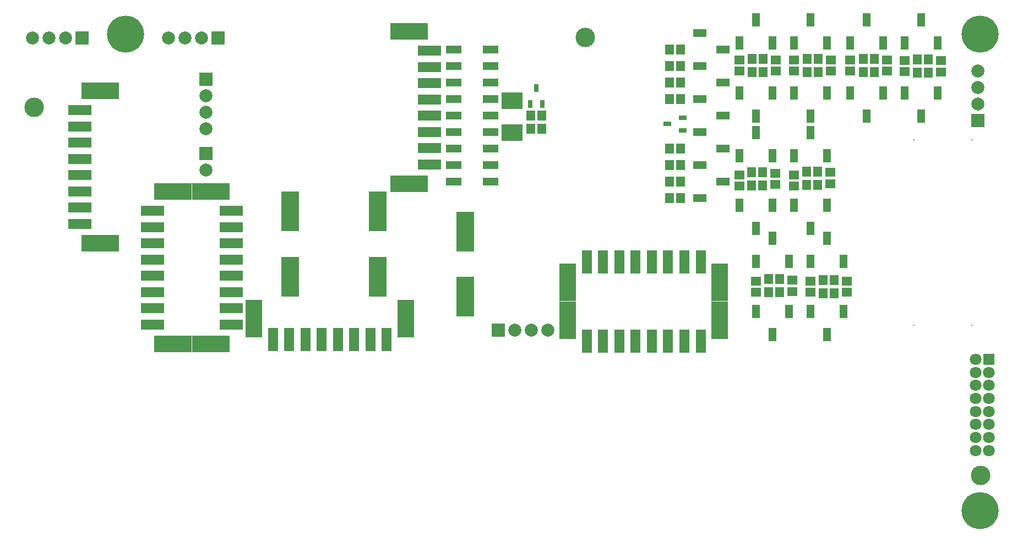
<source format=gts>
G04*
G04 #@! TF.GenerationSoftware,Altium Limited,Altium Designer,18.0.12 (696)*
G04*
G04 Layer_Color=8388736*
%FSLAX25Y25*%
%MOIN*%
G70*
G01*
G75*
%ADD32R,0.04737X0.03162*%
%ADD33R,0.03162X0.04737*%
%ADD34R,0.04800X0.08300*%
%ADD35R,0.08300X0.04800*%
%ADD36R,0.09550X0.04800*%
%ADD37R,0.05328X0.06312*%
%ADD38R,0.06312X0.05328*%
%ADD39R,0.05249X0.06391*%
%ADD40R,0.14186X0.06312*%
%ADD41R,0.22847X0.09855*%
%ADD42R,0.06312X0.14186*%
%ADD43R,0.09855X0.22847*%
%ADD44C,0.11811*%
%ADD45R,0.12611X0.10249*%
%ADD46R,0.06312X0.05524*%
%ADD47R,0.05524X0.06312*%
%ADD48R,0.10839X0.24225*%
%ADD49C,0.07887*%
%ADD50R,0.07887X0.07887*%
%ADD51R,0.07887X0.07887*%
%ADD52C,0.00800*%
%ADD53C,0.07099*%
%ADD54R,0.07099X0.07099*%
%ADD55C,0.22441*%
D32*
X509276Y298000D02*
D03*
X518724Y301740D02*
D03*
Y294260D02*
D03*
D33*
X430000Y319724D02*
D03*
X433740Y310276D02*
D03*
X426260D02*
D03*
D34*
X553052Y347146D02*
D03*
X573052D02*
D03*
X563052Y361146D02*
D03*
Y302854D02*
D03*
X553052Y316854D02*
D03*
X573052D02*
D03*
X586052Y347146D02*
D03*
X606052D02*
D03*
X596052Y361146D02*
D03*
Y302854D02*
D03*
X586052Y316854D02*
D03*
X606052D02*
D03*
X620052Y347146D02*
D03*
X640052D02*
D03*
X630052Y361146D02*
D03*
Y302854D02*
D03*
X620052Y316854D02*
D03*
X640052D02*
D03*
X653000Y347146D02*
D03*
X673000D02*
D03*
X663000Y361146D02*
D03*
Y302854D02*
D03*
X653000Y316854D02*
D03*
X673000D02*
D03*
X553000Y278946D02*
D03*
X573000D02*
D03*
X563000Y292946D02*
D03*
Y234654D02*
D03*
X553000Y248654D02*
D03*
X573000D02*
D03*
X586000Y278946D02*
D03*
X606000D02*
D03*
X596000Y292946D02*
D03*
Y234654D02*
D03*
X586000Y248654D02*
D03*
X606000D02*
D03*
X563000Y214646D02*
D03*
X583000D02*
D03*
X573000Y228646D02*
D03*
Y170354D02*
D03*
X563000Y184354D02*
D03*
X583000D02*
D03*
X596000Y214646D02*
D03*
X616000D02*
D03*
X606000Y228646D02*
D03*
Y170354D02*
D03*
X596000Y184354D02*
D03*
X616000D02*
D03*
D35*
X529125Y253000D02*
D03*
X543125Y263000D02*
D03*
X529125Y273000D02*
D03*
X543125Y283000D02*
D03*
X529125Y293000D02*
D03*
X543125Y303000D02*
D03*
X529125Y313000D02*
D03*
X543125Y323000D02*
D03*
X529125Y333000D02*
D03*
X543125Y343000D02*
D03*
X529125Y353000D02*
D03*
D36*
X380000Y263000D02*
D03*
Y343000D02*
D03*
X402250D02*
D03*
X380000Y333000D02*
D03*
X402250D02*
D03*
X380000Y323000D02*
D03*
X402250D02*
D03*
X380000Y313000D02*
D03*
X402250D02*
D03*
X380000Y303000D02*
D03*
X402250D02*
D03*
X380000Y293000D02*
D03*
X402250D02*
D03*
X380000Y283000D02*
D03*
X402250D02*
D03*
X380000Y273000D02*
D03*
X402250D02*
D03*
Y263000D02*
D03*
D37*
X560610Y329500D02*
D03*
X567500D02*
D03*
X593902D02*
D03*
X600791D02*
D03*
X627902D02*
D03*
X634791D02*
D03*
X517445Y343000D02*
D03*
X510555D02*
D03*
Y333000D02*
D03*
X517445D02*
D03*
Y323000D02*
D03*
X510555D02*
D03*
X560209Y260800D02*
D03*
X567098D02*
D03*
X660555Y329000D02*
D03*
X667445D02*
D03*
X593555Y261300D02*
D03*
X600445D02*
D03*
X570555Y196000D02*
D03*
X577445D02*
D03*
X603555Y195500D02*
D03*
X610445D02*
D03*
D38*
X575055Y330055D02*
D03*
Y336945D02*
D03*
X608346Y330055D02*
D03*
Y336945D02*
D03*
X642346Y330055D02*
D03*
Y336945D02*
D03*
X574654Y261355D02*
D03*
Y268245D02*
D03*
X675000Y329555D02*
D03*
Y336445D02*
D03*
X608000Y261855D02*
D03*
Y268745D02*
D03*
X585000Y196555D02*
D03*
Y203445D02*
D03*
X618000Y196055D02*
D03*
Y202945D02*
D03*
D39*
X433484Y295000D02*
D03*
X426516D02*
D03*
Y303000D02*
D03*
X433484D02*
D03*
X510516Y253000D02*
D03*
X517484D02*
D03*
X510516Y263000D02*
D03*
X517484D02*
D03*
X510516Y273000D02*
D03*
X517484D02*
D03*
X510516Y283000D02*
D03*
X517484D02*
D03*
Y313000D02*
D03*
X510516D02*
D03*
D40*
X365402Y273551D02*
D03*
Y283394D02*
D03*
Y293236D02*
D03*
Y303079D02*
D03*
Y312921D02*
D03*
Y322764D02*
D03*
Y332606D02*
D03*
Y342449D02*
D03*
X153598Y306449D02*
D03*
Y296606D02*
D03*
Y286764D02*
D03*
Y276921D02*
D03*
Y267079D02*
D03*
Y257236D02*
D03*
Y247394D02*
D03*
Y237551D02*
D03*
X245402Y176551D02*
D03*
Y186394D02*
D03*
Y196236D02*
D03*
Y206079D02*
D03*
Y215921D02*
D03*
Y225764D02*
D03*
Y235606D02*
D03*
Y245449D02*
D03*
X197598D02*
D03*
Y235606D02*
D03*
Y225764D02*
D03*
Y215921D02*
D03*
Y206079D02*
D03*
Y196236D02*
D03*
Y186394D02*
D03*
Y176551D02*
D03*
D41*
X353000Y261937D02*
D03*
Y354063D02*
D03*
X166000Y318063D02*
D03*
Y225937D02*
D03*
X233000Y164937D02*
D03*
Y257063D02*
D03*
X210000D02*
D03*
Y164937D02*
D03*
D42*
X270551Y167598D02*
D03*
X280394D02*
D03*
X290236D02*
D03*
X300079D02*
D03*
X309921D02*
D03*
X319764D02*
D03*
X329606D02*
D03*
X339449D02*
D03*
X529512Y214402D02*
D03*
X519669D02*
D03*
X509827D02*
D03*
X499984D02*
D03*
X490142D02*
D03*
X480299D02*
D03*
X470457D02*
D03*
X460614D02*
D03*
Y166598D02*
D03*
X470457D02*
D03*
X480299D02*
D03*
X490142D02*
D03*
X499984D02*
D03*
X509827D02*
D03*
X519669D02*
D03*
X529512D02*
D03*
D43*
X258937Y180000D02*
D03*
X351063D02*
D03*
X541126Y202000D02*
D03*
X449000D02*
D03*
Y179000D02*
D03*
X541126D02*
D03*
D44*
X699000Y85000D02*
D03*
X459600Y350500D02*
D03*
X126000Y308000D02*
D03*
D45*
X415500Y312067D02*
D03*
Y292933D02*
D03*
D46*
X553000Y336693D02*
D03*
Y330000D02*
D03*
X586000Y336846D02*
D03*
Y330154D02*
D03*
X620000Y336693D02*
D03*
Y330000D02*
D03*
X653000Y336346D02*
D03*
Y329654D02*
D03*
X553000Y267146D02*
D03*
Y260454D02*
D03*
X586000Y267146D02*
D03*
Y260454D02*
D03*
X563000Y202846D02*
D03*
Y196154D02*
D03*
X596000Y202846D02*
D03*
Y196154D02*
D03*
D47*
X560709Y337500D02*
D03*
X567402D02*
D03*
X594000D02*
D03*
X600693D02*
D03*
X628000D02*
D03*
X634693D02*
D03*
X660654Y337000D02*
D03*
X667346D02*
D03*
X560307Y268800D02*
D03*
X567000D02*
D03*
X593654Y269300D02*
D03*
X600346D02*
D03*
X570654Y204000D02*
D03*
X577346D02*
D03*
X603654Y203500D02*
D03*
X610346D02*
D03*
D48*
X387000Y193315D02*
D03*
Y232685D02*
D03*
X334000Y205630D02*
D03*
Y245000D02*
D03*
X281000Y205630D02*
D03*
Y245000D02*
D03*
D49*
X437000Y173000D02*
D03*
X417000D02*
D03*
X427000D02*
D03*
X697500Y330000D02*
D03*
Y310000D02*
D03*
Y320000D02*
D03*
X207500Y350000D02*
D03*
X227500D02*
D03*
X217500D02*
D03*
X230000Y295000D02*
D03*
Y315000D02*
D03*
Y305000D02*
D03*
X125000Y350000D02*
D03*
X145000D02*
D03*
X135000D02*
D03*
X230000Y270000D02*
D03*
D50*
X407000Y173000D02*
D03*
X237500Y350000D02*
D03*
X155000D02*
D03*
D51*
X697500Y300000D02*
D03*
X230000Y325000D02*
D03*
Y280000D02*
D03*
D52*
X693830Y288565D02*
D03*
Y176163D02*
D03*
X658730Y288565D02*
D03*
Y176163D02*
D03*
D53*
X695993Y155423D02*
D03*
X703867Y123927D02*
D03*
X695993Y147549D02*
D03*
X703867D02*
D03*
X695993Y139675D02*
D03*
X703867D02*
D03*
X695993Y131801D02*
D03*
X703867D02*
D03*
X695993Y123927D02*
D03*
X703867Y116053D02*
D03*
X695993D02*
D03*
X703867Y108179D02*
D03*
X695993D02*
D03*
X703867Y100305D02*
D03*
X695993D02*
D03*
D54*
X703867Y155423D02*
D03*
D55*
X698780Y63849D02*
D03*
Y352364D02*
D03*
X181230D02*
D03*
M02*

</source>
